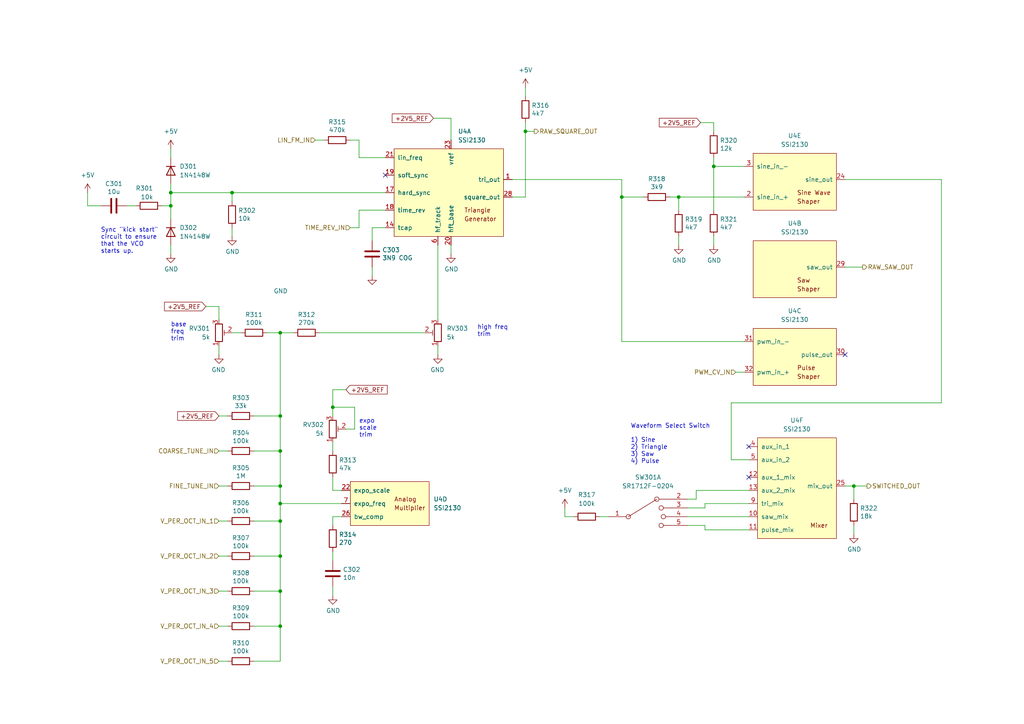
<source format=kicad_sch>
(kicad_sch (version 20230121) (generator eeschema)
  (paper "A4")
  (title_block (title "Josh Ox Ribon Synth Main VCO board") (date "2022-07-23") (rev "0.1") (comment 2 "creativecommons.org/licenses/by/4.0") (comment 3 "license: CC by 4.0") (comment 4 "Author: Jordan Acete"))
  (lib_symbols
    (symbol "Device:C" (pin_numbers hide) (pin_names (offset 0.254))
      (property "Reference" "C" (at 0.635 2.54 0))
      (property "Value" "C" (at 0.635 -2.54 0))
      (symbol "C_0_1"
        (polyline (pts (xy -2.032 -0.762) (xy 2.032 -0.762)) (stroke (width 0.508)))
        (polyline (pts (xy -2.032 0.762) (xy 2.032 0.762)) (stroke (width 0.508)))
      )
      (symbol "C_1_1"
        (pin passive line (at 0 3.81 270) (length 2.794) (name "~") (number "1"))
        (pin passive line (at 0 -3.81 90) (length 2.794) (name "~") (number "2"))
      )
    )
    (symbol "Device:R" (pin_numbers hide) (pin_names (offset 0))
      (property "Reference" "R" (at 2.032 0 90))
      (property "Value" "R" (at 0 0 90))
      (symbol "R_0_1"
        (rectangle (start -1.016 -2.54) (end 1.016 2.54) (stroke (width 0.254)))
      )
      (symbol "R_1_1"
        (pin passive line (at 0 3.81 270) (length 1.27) (name "~") (number "1"))
        (pin passive line (at 0 -3.81 90) (length 1.27) (name "~") (number "2"))
      )
    )
    (symbol "Device:R_Potentiometer_Trim" (pin_names (offset 1.016) hide)
      (property "Reference" "RV" (at -4.445 0 90))
      (property "Value" "R_Potentiometer_Trim" (at -2.54 0 90))
      (symbol "R_Potentiometer_Trim_0_1"
        (polyline (pts (xy 1.524 0.762) (xy 1.524 -0.762)))
        (polyline (pts (xy 2.54 0) (xy 1.524 0)))
        (rectangle (start 1.016 2.54) (end -1.016 -2.54) (stroke (width 0.254)))
      )
      (symbol "R_Potentiometer_Trim_1_1"
        (pin passive line (at 0 3.81 270) (length 1.27) (name "1") (number "1"))
        (pin passive line (at 3.81 0 180) (length 1.27) (name "2") (number "2"))
        (pin passive line (at 0 -3.81 90) (length 1.27) (name "3") (number "3"))
      )
    )
    (symbol "Diode:1N4148W" (pin_numbers hide) (pin_names hide)
      (property "Reference" "D" (at 0 2.54 0))
      (property "Value" "1N4148W" (at 0 -2.54 0))
      (symbol "1N4148W_0_1"
        (polyline (pts (xy -1.27 1.27) (xy -1.27 -1.27)) (stroke (width 0.254)))
        (polyline (pts (xy 1.27 0) (xy -1.27 0)))
        (polyline (pts (xy 1.27 1.27) (xy 1.27 -1.27) (xy -1.27 0) (xy 1.27 1.27)) (stroke (width 0.254)))
      )
      (symbol "1N4148W_1_1"
        (pin passive line (at -3.81 0 0) (length 2.54) (name "K") (number "1"))
        (pin passive line (at 3.81 0 180) (length 2.54) (name "A") (number "2"))
      )
    )
    (symbol "SSI2130_1" (pin_names (offset 1.016))
      (property "Reference" "U4" (at 2.0194 16.51 0))
      (property "Value" "SSI2130_1" (at 2.0194 13.97 0))
      (symbol "SSI2130_1_1_0"
        (polyline (pts (xy -16.51 11.43) (xy -16.51 -13.97) (xy 15.24 -13.97) (xy 15.24 11.43) (xy 6.35 11.43) (xy -16.51 11.43)) (fill (type background)))
        (text "Generator" (at 3.81 -8.89 0) (effects (font (size 1.27 1.27)) (justify left)))
        (text "Triangle" (at 3.81 -6.35 0) (effects (font (size 1.27 1.27)) (justify left)))
      )
      (symbol "SSI2130_1_1_1"
        (pin output line (at 17.78 2.54 180) (length 2.54) (name "tri_out") (number "1"))
        (pin input line (at -19.05 -11.43 0) (length 2.54) (name "tcap") (number "14"))
        (pin input line (at -19.05 -1.27 0) (length 2.54) (name "hard_sync") (number "17"))
        (pin input line (at -19.05 -6.35 0) (length 2.54) (name "time_rev") (number "18"))
        (pin input line (at -19.05 3.81 0) (length 2.54) (name "soft_sync") (number "19"))
        (pin input line (at 0 -16.51 90) (length 2.54) (name "hft_base") (number "20"))
        (pin input line (at -19.05 8.89 0) (length 2.54) (name "lin_freq") (number "21"))
        (pin input line (at 0 13.97 270) (length 2.54) (name "vref") (number "23"))
        (pin output line (at 17.78 -2.54 180) (length 2.54) (name "square_out") (number "28"))
        (pin input line (at -3.81 -16.51 90) (length 2.54) (name "hf_track") (number "6"))
      )
      (symbol "SSI2130_1_2_1"
        (polyline (pts (xy -11.43 0) (xy -11.43 7.62) (xy 12.7 7.62) (xy 12.7 -8.89) (xy -11.43 -8.89) (xy -11.43 0)) (fill (type background)))
        (text "Saw" (at 1.27 -3.81 0) (effects (font (size 1.27 1.27)) (justify left)))
        (text "Shaper" (at 1.27 -6.35 0) (effects (font (size 1.27 1.27)) (justify left)))
        (pin output line (at 15.24 0 180) (length 2.54) (name "saw_out") (number "29"))
      )
      (symbol "SSI2130_1_3_1"
        (polyline (pts (xy 12.7 7.62) (xy -11.43 7.62) (xy -11.43 -8.89) (xy 12.7 -8.89) (xy 12.7 7.62)) (fill (type background)))
        (text "Pulse" (at 1.27 -3.81 0) (effects (font (size 1.27 1.27)) (justify left)))
        (text "Shaper" (at 1.27 -6.35 0) (effects (font (size 1.27 1.27)) (justify left)))
        (pin output line (at 15.24 0 180) (length 2.54) (name "pulse_out") (number "30"))
        (pin input line (at -13.97 3.81 0) (length 2.54) (name "pwm_in_-") (number "31"))
        (pin input line (at -13.97 -5.08 0) (length 2.54) (name "pwm_in_+") (number "32"))
      )
      (symbol "SSI2130_1_4_1"
        (polyline (pts (xy -11.43 6.35) (xy -11.43 -6.35) (xy 11.43 -6.35) (xy 11.43 6.35) (xy -11.43 6.35)) (fill (type background)))
        (text "Analog" (at 1.27 1.27 0) (effects (font (size 1.27 1.27)) (justify left)))
        (text "Multiplier" (at 1.27 -1.27 0) (effects (font (size 1.27 1.27)) (justify left)))
        (pin input line (at -13.97 3.81 0) (length 2.54) (name "expo_scale") (number "22"))
        (pin input line (at -13.97 -3.81 0) (length 2.54) (name "bw_comp") (number "26"))
        (pin input line (at -13.97 0 0) (length 2.54) (name "expo_freq") (number "7"))
      )
      (symbol "SSI2130_1_5_1"
        (polyline (pts (xy -11.43 7.62) (xy -11.43 -8.89) (xy 12.7 -8.89) (xy 12.7 7.62) (xy -11.43 7.62)) (fill (type background)))
        (text "Shaper" (at 1.27 -6.35 0) (effects (font (size 1.27 1.27)) (justify left)))
        (text "Sine Wave" (at 1.27 -3.81 0) (effects (font (size 1.27 1.27)) (justify left)))
        (pin input line (at -13.97 -5.08 0) (length 2.54) (name "sine_in_+") (number "2"))
        (pin output line (at 15.24 0 180) (length 2.54) (name "sine_out") (number "24"))
        (pin input line (at -13.97 3.81 0) (length 2.54) (name "sine_in_-") (number "3"))
      )
      (symbol "SSI2130_1_6_1"
        (polyline (pts (xy 11.43 -11.43) (xy -11.43 -11.43) (xy -11.43 10.16) (xy -11.43 17.78) (xy 11.43 17.78) (xy 11.43 -11.43)) (fill (type background)))
        (text "Mixer" (at 3.81 -7.62 0) (effects (font (size 1.27 1.27)) (justify left)))
        (pin input line (at -13.97 -5.08 0) (length 2.54) (name "saw_mix") (number "10"))
        (pin input line (at -13.97 -8.89 0) (length 2.54) (name "pulse_mix") (number "11"))
        (pin input line (at -13.97 6.35 0) (length 2.54) (name "aux_1_mix") (number "12"))
        (pin input line (at -13.97 2.54 0) (length 2.54) (name "aux_2_mix") (number "13"))
        (pin output line (at 13.97 3.81 180) (length 2.54) (name "mix_out") (number "25"))
        (pin input line (at -13.97 15.24 0) (length 2.54) (name "aux_in_1") (number "4"))
        (pin input line (at -13.97 11.43 0) (length 2.54) (name "aux_in_2") (number "5"))
        (pin input line (at -13.97 -1.27 0) (length 2.54) (name "tri_mix") (number "9"))
      )
      (symbol "SSI2130_1_7_1"
        (polyline (pts (xy -11.43 6.35) (xy -11.43 -6.35) (xy 11.43 -6.35) (xy 11.43 6.35) (xy -11.43 6.35)) (fill (type background)))
        (text "Power" (at 1.27 0 0) (effects (font (size 1.27 1.27)) (justify left)))
        (pin power_in line (at -13.97 -1.27 0) (length 2.54) (name "dgnd") (number "15"))
        (pin power_in line (at -13.97 1.27 0) (length 2.54) (name "agnd") (number "16"))
        (pin power_in line (at -13.97 3.81 0) (length 2.54) (name "V+") (number "27"))
        (pin power_in line (at -13.97 -3.81 0) (length 2.54) (name "V-") (number "8"))
      )
    )
    (symbol "SSI2130_2" (pin_names (offset 1.016))
      (property "Reference" "U4" (at 2.0194 16.51 0))
      (property "Value" "SSI2130_2" (at 2.0194 13.97 0))
      (symbol "SSI2130_2_1_0"
        (polyline (pts (xy -16.51 11.43) (xy -16.51 -13.97) (xy 15.24 -13.97) (xy 15.24 11.43) (xy 6.35 11.43) (xy -16.51 11.43)) (fill (type background)))
        (text "Generator" (at 3.81 -8.89 0) (effects (font (size 1.27 1.27)) (justify left)))
        (text "Triangle" (at 3.81 -6.35 0) (effects (font (size 1.27 1.27)) (justify left)))
      )
      (symbol "SSI2130_2_1_1"
        (pin output line (at 17.78 2.54 180) (length 2.54) (name "tri_out") (number "1"))
        (pin input line (at -19.05 -11.43 0) (length 2.54) (name "tcap") (number "14"))
        (pin input line (at -19.05 -1.27 0) (length 2.54) (name "hard_sync") (number "17"))
        (pin input line (at -19.05 -6.35 0) (length 2.54) (name "time_rev") (number "18"))
        (pin input line (at -19.05 3.81 0) (length 2.54) (name "soft_sync") (number "19"))
        (pin input line (at 0 -16.51 90) (length 2.54) (name "hft_base") (number "20"))
        (pin input line (at -19.05 8.89 0) (length 2.54) (name "lin_freq") (number "21"))
        (pin input line (at 0 13.97 270) (length 2.54) (name "vref") (number "23"))
        (pin output line (at 17.78 -2.54 180) (length 2.54) (name "square_out") (number "28"))
        (pin input line (at -3.81 -16.51 90) (length 2.54) (name "hf_track") (number "6"))
      )
      (symbol "SSI2130_2_2_1"
        (polyline (pts (xy -11.43 0) (xy -11.43 7.62) (xy 12.7 7.62) (xy 12.7 -8.89) (xy -11.43 -8.89) (xy -11.43 0)) (fill (type background)))
        (text "Saw" (at 1.27 -3.81 0) (effects (font (size 1.27 1.27)) (justify left)))
        (text "Shaper" (at 1.27 -6.35 0) (effects (font (size 1.27 1.27)) (justify left)))
        (pin output line (at 15.24 0 180) (length 2.54) (name "saw_out") (number "29"))
      )
      (symbol "SSI2130_2_3_1"
        (polyline (pts (xy 12.7 7.62) (xy -11.43 7.62) (xy -11.43 -8.89) (xy 12.7 -8.89) (xy 12.7 7.62)) (fill (type background)))
        (text "Pulse" (at 1.27 -3.81 0) (effects (font (size 1.27 1.27)) (justify left)))
        (text "Shaper" (at 1.27 -6.35 0) (effects (font (size 1.27 1.27)) (justify left)))
        (pin output line (at 15.24 0 180) (length 2.54) (name "pulse_out") (number "30"))
        (pin input line (at -13.97 3.81 0) (length 2.54) (name "pwm_in_-") (number "31"))
        (pin input line (at -13.97 -5.08 0) (length 2.54) (name "pwm_in_+") (number "32"))
      )
      (symbol "SSI2130_2_4_1"
        (polyline (pts (xy -11.43 6.35) (xy -11.43 -6.35) (xy 11.43 -6.35) (xy 11.43 6.35) (xy -11.43 6.35)) (fill (type background)))
        (text "Analog" (at 1.27 1.27 0) (effects (font (size 1.27 1.27)) (justify left)))
        (text "Multiplier" (at 1.27 -1.27 0) (effects (font (size 1.27 1.27)) (justify left)))
        (pin input line (at -13.97 3.81 0) (length 2.54) (name "expo_scale") (number "22"))
        (pin input line (at -13.97 -3.81 0) (length 2.54) (name "bw_comp") (number "26"))
        (pin input line (at -13.97 0 0) (length 2.54) (name "expo_freq") (number "7"))
      )
      (symbol "SSI2130_2_5_1"
        (polyline (pts (xy -11.43 7.62) (xy -11.43 -8.89) (xy 12.7 -8.89) (xy 12.7 7.62) (xy -11.43 7.62)) (fill (type background)))
        (text "Shaper" (at 1.27 -6.35 0) (effects (font (size 1.27 1.27)) (justify left)))
        (text "Sine Wave" (at 1.27 -3.81 0) (effects (font (size 1.27 1.27)) (justify left)))
        (pin input line (at -13.97 -5.08 0) (length 2.54) (name "sine_in_+") (number "2"))
        (pin output line (at 15.24 0 180) (length 2.54) (name "sine_out") (number "24"))
        (pin input line (at -13.97 3.81 0) (length 2.54) (name "sine_in_-") (number "3"))
      )
      (symbol "SSI2130_2_6_1"
        (polyline (pts (xy 11.43 -11.43) (xy -11.43 -11.43) (xy -11.43 10.16) (xy -11.43 17.78) (xy 11.43 17.78) (xy 11.43 -11.43)) (fill (type background)))
        (text "Mixer" (at 3.81 -7.62 0) (effects (font (size 1.27 1.27)) (justify left)))
        (pin input line (at -13.97 -5.08 0) (length 2.54) (name "saw_mix") (number "10"))
        (pin input line (at -13.97 -8.89 0) (length 2.54) (name "pulse_mix") (number "11"))
        (pin input line (at -13.97 6.35 0) (length 2.54) (name "aux_1_mix") (number "12"))
        (pin input line (at -13.97 2.54 0) (length 2.54) (name "aux_2_mix") (number "13"))
        (pin output line (at 13.97 3.81 180) (length 2.54) (name "mix_out") (number "25"))
        (pin input line (at -13.97 15.24 0) (length 2.54) (name "aux_in_1") (number "4"))
        (pin input line (at -13.97 11.43 0) (length 2.54) (name "aux_in_2") (number "5"))
        (pin input line (at -13.97 -1.27 0) (length 2.54) (name "tri_mix") (number "9"))
      )
      (symbol "SSI2130_2_7_1"
        (polyline (pts (xy -11.43 6.35) (xy -11.43 -6.35) (xy 11.43 -6.35) (xy 11.43 6.35) (xy -11.43 6.35)) (fill (type background)))
        (text "Power" (at 1.27 0 0) (effects (font (size 1.27 1.27)) (justify left)))
        (pin power_in line (at -13.97 -1.27 0) (length 2.54) (name "dgnd") (number "15"))
        (pin power_in line (at -13.97 1.27 0) (length 2.54) (name "agnd") (number "16"))
        (pin power_in line (at -13.97 3.81 0) (length 2.54) (name "V+") (number "27"))
        (pin power_in line (at -13.97 -3.81 0) (length 2.54) (name "V-") (number "8"))
      )
    )
    (symbol "SSI2130_5" (pin_names (offset 1.016))
      (property "Reference" "U4" (at 2.0194 16.51 0))
      (property "Value" "SSI2130_5" (at 2.0194 13.97 0))
      (symbol "SSI2130_5_1_0"
        (polyline (pts (xy -16.51 11.43) (xy -16.51 -13.97) (xy 15.24 -13.97) (xy 15.24 11.43) (xy 6.35 11.43) (xy -16.51 11.43)) (fill (type background)))
        (text "Generator" (at 3.81 -8.89 0) (effects (font (size 1.27 1.27)) (justify left)))
        (text "Triangle" (at 3.81 -6.35 0) (effects (font (size 1.27 1.27)) (justify left)))
      )
      (symbol "SSI2130_5_1_1"
        (pin output line (at 17.78 2.54 180) (length 2.54) (name "tri_out") (number "1"))
        (pin input line (at -19.05 -11.43 0) (length 2.54) (name "tcap") (number "14"))
        (pin input line (at -19.05 -1.27 0) (length 2.54) (name "hard_sync") (number "17"))
        (pin input line (at -19.05 -6.35 0) (length 2.54) (name "time_rev") (number "18"))
        (pin input line (at -19.05 3.81 0) (length 2.54) (name "soft_sync") (number "19"))
        (pin input line (at 0 -16.51 90) (length 2.54) (name "hft_base") (number "20"))
        (pin input line (at -19.05 8.89 0) (length 2.54) (name "lin_freq") (number "21"))
        (pin input line (at 0 13.97 270) (length 2.54) (name "vref") (number "23"))
        (pin output line (at 17.78 -2.54 180) (length 2.54) (name "square_out") (number "28"))
        (pin input line (at -3.81 -16.51 90) (length 2.54) (name "hf_track") (number "6"))
      )
      (symbol "SSI2130_5_2_1"
        (polyline (pts (xy -11.43 0) (xy -11.43 7.62) (xy 12.7 7.62) (xy 12.7 -8.89) (xy -11.43 -8.89) (xy -11.43 0)) (fill (type background)))
        (text "Saw" (at 1.27 -3.81 0) (effects (font (size 1.27 1.27)) (justify left)))
        (text "Shaper" (at 1.27 -6.35 0) (effects (font (size 1.27 1.27)) (justify left)))
        (pin output line (at 15.24 0 180) (length 2.54) (name "saw_out") (number "29"))
      )
      (symbol "SSI2130_5_3_1"
        (polyline (pts (xy 12.7 7.62) (xy -11.43 7.62) (xy -11.43 -8.89) (xy 12.7 -8.89) (xy 12.7 7.62)) (fill (type background)))
        (text "Pulse" (at 1.27 -3.81 0) (effects (font (size 1.27 1.27)) (justify left)))
        (text "Shaper" (at 1.27 -6.35 0) (effects (font (size 1.27 1.27)) (justify left)))
        (pin output line (at 15.24 0 180) (length 2.54) (name "pulse_out") (number "30"))
        (pin input line (at -13.97 3.81 0) (length 2.54) (name "pwm_in_-") (number "31"))
        (pin input line (at -13.97 -5.08 0) (length 2.54) (name "pwm_in_+") (number "32"))
      )
      (symbol "SSI2130_5_4_1"
        (polyline (pts (xy -11.43 6.35) (xy -11.43 -6.35) (xy 11.43 -6.35) (xy 11.43 6.35) (xy -11.43 6.35)) (fill (type background)))
        (text "Analog" (at 1.27 1.27 0) (effects (font (size 1.27 1.27)) (justify left)))
        (text "Multiplier" (at 1.27 -1.27 0) (effects (font (size 1.27 1.27)) (justify left)))
        (pin input line (at -13.97 3.81 0) (length 2.54) (name "expo_scale") (number "22"))
        (pin input line (at -13.97 -3.81 0) (length 2.54) (name "bw_comp") (number "26"))
        (pin input line (at -13.97 0 0) (length 2.54) (name "expo_freq") (number "7"))
      )
      (symbol "SSI2130_5_5_1"
        (polyline (pts (xy -11.43 7.62) (xy -11.43 -8.89) (xy 12.7 -8.89) (xy 12.7 7.62) (xy -11.43 7.62)) (fill (type background)))
        (text "Shaper" (at 1.27 -6.35 0) (effects (font (size 1.27 1.27)) (justify left)))
        (text "Sine Wave" (at 1.27 -3.81 0) (effects (font (size 1.27 1.27)) (justify left)))
        (pin input line (at -13.97 -5.08 0) (length 2.54) (name "sine_in_+") (number "2"))
        (pin output line (at 15.24 0 180) (length 2.54) (name "sine_out") (number "24"))
        (pin input line (at -13.97 3.81 0) (length 2.54) (name "sine_in_-") (number "3"))
      )
      (symbol "SSI2130_5_6_1"
        (polyline (pts (xy 11.43 -11.43) (xy -11.43 -11.43) (xy -11.43 10.16) (xy -11.43 17.78) (xy 11.43 17.78) (xy 11.43 -11.43)) (fill (type background)))
        (text "Mixer" (at 3.81 -7.62 0) (effects (font (size 1.27 1.27)) (justify left)))
        (pin input line (at -13.97 -5.08 0) (length 2.54) (name "saw_mix") (number "10"))
        (pin input line (at -13.97 -8.89 0) (length 2.54) (name "pulse_mix") (number "11"))
        (pin input line (at -13.97 6.35 0) (length 2.54) (name "aux_1_mix") (number "12"))
        (pin input line (at -13.97 2.54 0) (length 2.54) (name "aux_2_mix") (number "13"))
        (pin output line (at 13.97 3.81 180) (length 2.54) (name "mix_out") (number "25"))
        (pin input line (at -13.97 15.24 0) (length 2.54) (name "aux_in_1") (number "4"))
        (pin input line (at -13.97 11.43 0) (length 2.54) (name "aux_in_2") (number "5"))
        (pin input line (at -13.97 -1.27 0) (length 2.54) (name "tri_mix") (number "9"))
      )
      (symbol "SSI2130_5_7_1"
        (polyline (pts (xy -11.43 6.35) (xy -11.43 -6.35) (xy 11.43 -6.35) (xy 11.43 6.35) (xy -11.43 6.35)) (fill (type background)))
        (text "Power" (at 1.27 0 0) (effects (font (size 1.27 1.27)) (justify left)))
        (pin power_in line (at -13.97 -1.27 0) (length 2.54) (name "dgnd") (number "15"))
        (pin power_in line (at -13.97 1.27 0) (length 2.54) (name "agnd") (number "16"))
        (pin power_in line (at -13.97 3.81 0) (length 2.54) (name "V+") (number "27"))
        (pin power_in line (at -13.97 -3.81 0) (length 2.54) (name "V-") (number "8"))
      )
    )
    (symbol "custom_symbols:SR1712F-0204" (pin_names (offset 1.016) hide)
      (property "Reference" "SW?" (at 1.27 11.43 0))
      (property "Value" "SR1712F-0204" (at 1.27 8.89 0))
      (symbol "SR1712F-0204_0_0"
        (circle (center -4.445 0) (radius 0.635))
        (polyline (pts (xy -4.445 0) (xy 3.81 5.08)))
        (polyline (pts (xy 4.445 5.08) (xy 7.62 5.08)))
        (polyline (pts (xy 5.715 -2.54) (xy 7.62 -2.54)))
        (polyline (pts (xy 5.715 2.54) (xy 7.62 2.54)))
        (polyline (pts (xy 6.35 0) (xy 7.62 0)))
        (circle (center 3.81 5.08) (radius 0.635))
        (circle (center 5.08 -2.54) (radius 0.635))
        (circle (center 5.08 2.54) (radius 0.635))
        (circle (center 5.715 0) (radius 0.635))
      )
      (symbol "SR1712F-0204_1_1"
        (pin passive line (at -10.16 0 0) (length 5.08) (name "1") (number "1"))
        (pin passive line (at 12.7 5.08 180) (length 5.08) (name "2") (number "2"))
        (pin passive line (at 12.7 2.54 180) (length 5.08) (name "3") (number "3"))
        (pin passive line (at 12.7 0 180) (length 5.08) (name "4") (number "4"))
        (pin passive line (at 12.7 -2.54 180) (length 5.08) (name "5") (number "5"))
      )
      (symbol "SR1712F-0204_2_1"
        (pin passive line (at -10.16 0 0) (length 5.08) (name "10") (number "10"))
        (pin passive line (at 12.7 5.08 180) (length 5.08) (name "6") (number "6"))
        (pin passive line (at 12.7 2.54 180) (length 5.08) (name "7") (number "7"))
        (pin passive line (at 12.7 0 180) (length 5.08) (name "8") (number "8"))
        (pin passive line (at 12.7 -2.54 180) (length 5.08) (name "9") (number "9"))
      )
    )
    (symbol "custom_symbols:SSI2130" (pin_names (offset 1.016))
      (property "Reference" "U4" (at 2.0194 16.51 0))
      (property "Value" "SSI2130" (at 2.0194 13.97 0))
      (symbol "SSI2130_1_0"
        (polyline (pts (xy -16.51 11.43) (xy -16.51 -13.97) (xy 15.24 -13.97) (xy 15.24 11.43) (xy 6.35 11.43) (xy -16.51 11.43)) (fill (type background)))
        (text "Generator" (at 3.81 -8.89 0) (effects (font (size 1.27 1.27)) (justify left)))
        (text "Triangle" (at 3.81 -6.35 0) (effects (font (size 1.27 1.27)) (justify left)))
      )
      (symbol "SSI2130_1_1"
        (pin output line (at 17.78 2.54 180) (length 2.54) (name "tri_out") (number "1"))
        (pin input line (at -19.05 -11.43 0) (length 2.54) (name "tcap") (number "14"))
        (pin input line (at -19.05 -1.27 0) (length 2.54) (name "hard_sync") (number "17"))
        (pin input line (at -19.05 -6.35 0) (length 2.54) (name "time_rev") (number "18"))
        (pin input line (at -19.05 3.81 0) (length 2.54) (name "soft_sync") (number "19"))
        (pin input line (at 0 -16.51 90) (length 2.54) (name "hft_base") (number "20"))
        (pin input line (at -19.05 8.89 0) (length 2.54) (name "lin_freq") (number "21"))
        (pin input line (at 0 13.97 270) (length 2.54) (name "vref") (number "23"))
        (pin output line (at 17.78 -2.54 180) (length 2.54) (name "square_out") (number "28"))
        (pin input line (at -3.81 -16.51 90) (length 2.54) (name "hf_track") (number "6"))
      )
      (symbol "SSI2130_2_1"
        (polyline (pts (xy -11.43 0) (xy -11.43 7.62) (xy 12.7 7.62) (xy 12.7 -8.89) (xy -11.43 -8.89) (xy -11.43 0)) (fill (type background)))
        (text "Saw" (at 1.27 -3.81 0) (effects (font (size 1.27 1.27)) (justify left)))
        (text "Shaper" (at 1.27 -6.35 0) (effects (font (size 1.27 1.27)) (justify left)))
        (pin output line (at 15.24 0 180) (length 2.54) (name "saw_out") (number "29"))
      )
      (symbol "SSI2130_3_1"
        (polyline (pts (xy 12.7 7.62) (xy -11.43 7.62) (xy -11.43 -8.89) (xy 12.7 -8.89) (xy 12.7 7.62)) (fill (type background)))
        (text "Pulse" (at 1.27 -3.81 0) (effects (font (size 1.27 1.27)) (justify left)))
        (text "Shaper" (at 1.27 -6.35 0) (effects (font (size 1.27 1.27)) (justify left)))
        (pin output line (at 15.24 0 180) (length 2.54) (name "pulse_out") (number "30"))
        (pin input line (at -13.97 3.81 0) (length 2.54) (name "pwm_in_-") (number "31"))
        (pin input line (at -13.97 -5.08 0) (length 2.54) (name "pwm_in_+") (number "32"))
      )
      (symbol "SSI2130_4_1"
        (polyline (pts (xy -11.43 6.35) (xy -11.43 -6.35) (xy 11.43 -6.35) (xy 11.43 6.35) (xy -11.43 6.35)) (fill (type background)))
        (text "Analog" (at 1.27 1.27 0) (effects (font (size 1.27 1.27)) (justify left)))
        (text "Multiplier" (at 1.27 -1.27 0) (effects (font (size 1.27 1.27)) (justify left)))
        (pin input line (at -13.97 3.81 0) (length 2.54) (name "expo_scale") (number "22"))
        (pin input line (at -13.97 -3.81 0) (length 2.54) (name "bw_comp") (number "26"))
        (pin input line (at -13.97 0 0) (length 2.54) (name "expo_freq") (number "7"))
      )
      (symbol "SSI2130_5_1"
        (polyline (pts (xy -11.43 7.62) (xy -11.43 -8.89) (xy 12.7 -8.89) (xy 12.7 7.62) (xy -11.43 7.62)) (fill (type background)))
        (text "Shaper" (at 1.27 -6.35 0) (effects (font (size 1.27 1.27)) (justify left)))
        (text "Sine Wave" (at 1.27 -3.81 0) (effects (font (size 1.27 1.27)) (justify left)))
        (pin input line (at -13.97 -5.08 0) (length 2.54) (name "sine_in_+") (number "2"))
        (pin output line (at 15.24 0 180) (length 2.54) (name "sine_out") (number "24"))
        (pin input line (at -13.97 3.81 0) (length 2.54) (name "sine_in_-") (number "3"))
      )
      (symbol "SSI2130_6_1"
        (polyline (pts (xy 11.43 -11.43) (xy -11.43 -11.43) (xy -11.43 10.16) (xy -11.43 17.78) (xy 11.43 17.78) (xy 11.43 -11.43)) (fill (type background)))
        (text "Mixer" (at 3.81 -7.62 0) (effects (font (size 1.27 1.27)) (justify left)))
        (pin input line (at -13.97 -5.08 0) (length 2.54) (name "saw_mix") (number "10"))
        (pin input line (at -13.97 -8.89 0) (length 2.54) (name "pulse_mix") (number "11"))
        (pin input line (at -13.97 6.35 0) (length 2.54) (name "aux_1_mix") (number "12"))
        (pin input line (at -13.97 2.54 0) (length 2.54) (name "aux_2_mix") (number "13"))
        (pin output line (at 13.97 3.81 180) (length 2.54) (name "mix_out") (number "25"))
        (pin input line (at -13.97 15.24 0) (length 2.54) (name "aux_in_1") (number "4"))
        (pin input line (at -13.97 11.43 0) (length 2.54) (name "aux_in_2") (number "5"))
        (pin input line (at -13.97 -1.27 0) (length 2.54) (name "tri_mix") (number "9"))
      )
      (symbol "SSI2130_7_1"
        (polyline (pts (xy -11.43 6.35) (xy -11.43 -6.35) (xy 11.43 -6.35) (xy 11.43 6.35) (xy -11.43 6.35)) (fill (type background)))
        (text "Power" (at 1.27 0 0) (effects (font (size 1.27 1.27)) (justify left)))
        (pin power_in line (at -13.97 -1.27 0) (length 2.54) (name "dgnd") (number "15"))
        (pin power_in line (at -13.97 1.27 0) (length 2.54) (name "agnd") (number "16"))
        (pin power_in line (at -13.97 3.81 0) (length 2.54) (name "V+") (number "27"))
        (pin power_in line (at -13.97 -3.81 0) (length 2.54) (name "V-") (number "8"))
      )
    )
    (symbol "power:+5V" (power) (pin_names (offset 0))
      (property "Value" "+5V" (at 0 3.556 0))
      (symbol "+5V_0_1"
        (polyline (pts (xy -0.762 1.27) (xy 0 2.54)))
        (polyline (pts (xy 0 0) (xy 0 2.54)))
        (polyline (pts (xy 0 2.54) (xy 0.762 1.27)))
      )
      (symbol "+5V_1_1"
        (pin power_in line (at 0 0 90) (length 0) hide (name "+5V") (number "1"))
      )
    )
    (symbol "power:GND" (power) (pin_names (offset 0))
      (property "Value" "GND" (at 0 -3.81 0))
      (symbol "GND_0_1"
        (polyline (pts (xy 0 0) (xy 0 -1.27) (xy 1.27 -1.27) (xy 0 -2.54) (xy -1.27 -1.27) (xy 0 -1.27)))
      )
      (symbol "GND_1_1"
        (pin power_in line (at 0 0 270) (length 0) hide (name "GND") (number "1"))
      )
    )
  )
  (junction (at 180.34 57.15))
  (junction (at 207.01 48.26))
  (junction (at 81.28 120.65))
  (junction (at 67.31 55.88))
  (junction (at 81.28 181.61))
  (junction (at 81.28 161.29))
  (junction (at 247.65 140.97))
  (junction (at 152.4 38.1))
  (junction (at 81.28 130.81))
  (junction (at 81.28 171.45))
  (junction (at 81.28 140.97))
  (junction (at 81.28 151.13))
  (junction (at 81.28 146.05))
  (junction (at 81.28 96.52))
  (junction (at 196.85 57.15))
  (junction (at 49.53 55.88))
  (junction (at 96.52 118.11))
  (junction (at 49.53 59.69))
  (no_connect (at 217.17 138.43))
  (no_connect (at 111.76 50.8))
  (no_connect (at 245.11 102.87))
  (no_connect (at 217.17 129.54))
  (wire (pts (xy 127 102.87) (xy 127 100.33)))
  (wire (pts (xy 148.59 52.07) (xy 180.34 52.07)))
  (wire (pts (xy 207.01 48.26) (xy 207.01 45.72)))
  (wire (pts (xy 77.47 96.52) (xy 81.28 96.52)))
  (wire (pts (xy 59.69 88.9) (xy 63.5 88.9)))
  (wire (pts (xy 207.01 68.58) (xy 207.01 71.12)))
  (wire (pts (xy 173.99 149.86) (xy 176.53 149.86)))
  (wire (pts (xy 73.66 181.61) (xy 81.28 181.61)))
  (wire (pts (xy 81.28 191.77) (xy 81.28 181.61)))
  (wire (pts (xy 196.85 57.15) (xy 215.9 57.15)))
  (wire (pts (xy 213.36 107.95) (xy 215.9 107.95)))
  (wire (pts (xy 186.69 57.15) (xy 180.34 57.15)))
  (wire (pts (xy 49.53 55.88) (xy 49.53 53.34)))
  (wire (pts (xy 96.52 172.72) (xy 96.52 170.18)))
  (wire (pts (xy 107.95 66.04) (xy 111.76 66.04)))
  (wire (pts (xy 148.59 57.15) (xy 152.4 57.15)))
  (wire (pts (xy 96.52 118.11) (xy 96.52 120.65)))
  (wire (pts (xy 107.95 80.01) (xy 107.95 77.47)))
  (wire (pts (xy 73.66 171.45) (xy 81.28 171.45)))
  (wire (pts (xy 194.31 57.15) (xy 196.85 57.15)))
  (wire (pts (xy 73.66 161.29) (xy 81.28 161.29)))
  (wire (pts (xy 245.11 52.07) (xy 273.05 52.07)))
  (wire (pts (xy 196.85 60.96) (xy 196.85 57.15)))
  (wire (pts (xy 212.09 116.84) (xy 273.05 116.84)))
  (wire (pts (xy 217.17 133.35) (xy 212.09 133.35)))
  (wire (pts (xy 63.5 191.77) (xy 66.04 191.77)))
  (wire (pts (xy 130.81 34.29) (xy 130.81 40.64)))
  (wire (pts (xy 96.52 152.4) (xy 96.52 149.86)))
  (wire (pts (xy 81.28 130.81) (xy 81.28 140.97)))
  (wire (pts (xy 107.95 69.85) (xy 107.95 66.04)))
  (wire (pts (xy 152.4 27.94) (xy 152.4 25.4)))
  (wire (pts (xy 63.5 171.45) (xy 66.04 171.45)))
  (wire (pts (xy 100.33 124.46) (xy 102.87 124.46)))
  (wire (pts (xy 245.11 77.47) (xy 250.19 77.47)))
  (wire (pts (xy 201.93 144.78) (xy 199.39 144.78)))
  (wire (pts (xy 101.6 66.04) (xy 104.14 66.04)))
  (wire (pts (xy 96.52 138.43) (xy 96.52 142.24)))
  (wire (pts (xy 215.9 48.26) (xy 207.01 48.26)))
  (wire (pts (xy 163.83 149.86) (xy 163.83 147.32)))
  (wire (pts (xy 81.28 161.29) (xy 81.28 151.13)))
  (wire (pts (xy 201.93 142.24) (xy 217.17 142.24)))
  (wire (pts (xy 96.52 149.86) (xy 99.06 149.86)))
  (wire (pts (xy 204.47 147.32) (xy 199.39 147.32)))
  (wire (pts (xy 67.31 55.88) (xy 111.76 55.88)))
  (wire (pts (xy 49.53 59.69) (xy 49.53 55.88)))
  (wire (pts (xy 96.52 113.03) (xy 96.52 118.11)))
  (wire (pts (xy 199.39 149.86) (xy 217.17 149.86)))
  (wire (pts (xy 204.47 153.67) (xy 204.47 152.4)))
  (wire (pts (xy 104.14 45.72) (xy 104.14 40.64)))
  (wire (pts (xy 39.37 59.69) (xy 36.83 59.69)))
  (wire (pts (xy 81.28 96.52) (xy 85.09 96.52)))
  (wire (pts (xy 127 71.12) (xy 127 92.71)))
  (wire (pts (xy 104.14 60.96) (xy 111.76 60.96)))
  (wire (pts (xy 207.01 60.96) (xy 207.01 48.26)))
  (wire (pts (xy 204.47 152.4) (xy 199.39 152.4)))
  (wire (pts (xy 25.4 59.69) (xy 25.4 55.88)))
  (wire (pts (xy 63.5 120.65) (xy 66.04 120.65)))
  (wire (pts (xy 81.28 181.61) (xy 81.28 171.45)))
  (wire (pts (xy 63.5 151.13) (xy 66.04 151.13)))
  (wire (pts (xy 96.52 162.56) (xy 96.52 160.02)))
  (wire (pts (xy 247.65 152.4) (xy 247.65 154.94)))
  (wire (pts (xy 49.53 63.5) (xy 49.53 59.69)))
  (wire (pts (xy 91.44 40.64) (xy 93.98 40.64)))
  (wire (pts (xy 99.06 146.05) (xy 81.28 146.05)))
  (wire (pts (xy 81.28 151.13) (xy 81.28 146.05)))
  (wire (pts (xy 104.14 45.72) (xy 111.76 45.72)))
  (wire (pts (xy 96.52 130.81) (xy 96.52 128.27)))
  (wire (pts (xy 152.4 57.15) (xy 152.4 38.1)))
  (wire (pts (xy 49.53 73.66) (xy 49.53 71.12)))
  (wire (pts (xy 29.21 59.69) (xy 25.4 59.69)))
  (wire (pts (xy 207.01 38.1) (xy 207.01 35.56)))
  (wire (pts (xy 180.34 57.15) (xy 180.34 99.06)))
  (wire (pts (xy 81.28 130.81) (xy 73.66 130.81)))
  (wire (pts (xy 63.5 181.61) (xy 66.04 181.61)))
  (wire (pts (xy 180.34 99.06) (xy 215.9 99.06)))
  (wire (pts (xy 81.28 96.52) (xy 81.28 120.65)))
  (wire (pts (xy 102.87 124.46) (xy 102.87 118.11)))
  (wire (pts (xy 212.09 133.35) (xy 212.09 116.84)))
  (wire (pts (xy 49.53 43.18) (xy 49.53 45.72)))
  (wire (pts (xy 201.93 142.24) (xy 201.93 144.78)))
  (wire (pts (xy 81.28 120.65) (xy 81.28 130.81)))
  (wire (pts (xy 104.14 66.04) (xy 104.14 60.96)))
  (wire (pts (xy 63.5 102.87) (xy 63.5 100.33)))
  (wire (pts (xy 152.4 38.1) (xy 154.94 38.1)))
  (wire (pts (xy 63.5 88.9) (xy 63.5 92.71)))
  (wire (pts (xy 63.5 161.29) (xy 66.04 161.29)))
  (wire (pts (xy 130.81 73.66) (xy 130.81 71.12)))
  (wire (pts (xy 99.06 142.24) (xy 96.52 142.24)))
  (wire (pts (xy 130.81 34.29) (xy 125.73 34.29)))
  (wire (pts (xy 196.85 68.58) (xy 196.85 71.12)))
  (wire (pts (xy 204.47 146.05) (xy 204.47 147.32)))
  (wire (pts (xy 100.33 113.03) (xy 96.52 113.03)))
  (wire (pts (xy 49.53 55.88) (xy 67.31 55.88)))
  (wire (pts (xy 203.2 35.56) (xy 207.01 35.56)))
  (wire (pts (xy 123.19 96.52) (xy 92.71 96.52)))
  (wire (pts (xy 152.4 35.56) (xy 152.4 38.1)))
  (wire (pts (xy 104.14 40.64) (xy 101.6 40.64)))
  (wire (pts (xy 204.47 146.05) (xy 217.17 146.05)))
  (wire (pts (xy 273.05 52.07) (xy 273.05 116.84)))
  (wire (pts (xy 81.28 171.45) (xy 81.28 161.29)))
  (wire (pts (xy 63.5 130.81) (xy 66.04 130.81)))
  (wire (pts (xy 46.99 59.69) (xy 49.53 59.69)))
  (wire (pts (xy 67.31 68.58) (xy 67.31 66.04)))
  (wire (pts (xy 73.66 151.13) (xy 81.28 151.13)))
  (wire (pts (xy 81.28 120.65) (xy 73.66 120.65)))
  (wire (pts (xy 73.66 191.77) (xy 81.28 191.77)))
  (wire (pts (xy 247.65 140.97) (xy 251.46 140.97)))
  (wire (pts (xy 102.87 118.11) (xy 96.52 118.11)))
  (wire (pts (xy 63.5 140.97) (xy 66.04 140.97)))
  (wire (pts (xy 247.65 144.78) (xy 247.65 140.97)))
  (wire (pts (xy 180.34 52.07) (xy 180.34 57.15)))
  (wire (pts (xy 217.17 153.67) (xy 204.47 153.67)))
  (wire (pts (xy 81.28 146.05) (xy 81.28 140.97)))
  (wire (pts (xy 67.31 96.52) (xy 69.85 96.52)))
  (wire (pts (xy 67.31 55.88) (xy 67.31 58.42)))
  (wire (pts (xy 245.11 140.97) (xy 247.65 140.97)))
  (wire (pts (xy 163.83 149.86) (xy 166.37 149.86)))
  (wire (pts (xy 81.28 140.97) (xy 73.66 140.97)))
  (text "Waveform Select Switch\n\n1) Sine\n2) Triangle\n3) Saw\n4) Pulse" (at 182.88 134.62 0) (effects (font (size 1.27 1.27)) (justify left bottom)))
  (text "Sync \"kick start\" \ncircuit to ensure \nthat the VCO\nstarts up." (at 29.21 73.66 0) (effects (font (size 1.27 1.27)) (justify left bottom)))
  (text "high freq\ntrim" (at 138.43 97.79 0) (effects (font (size 1.27 1.27)) (justify left bottom)))
  (text "base\nfreq\ntrim" (at 49.53 99.06 0) (effects (font (size 1.27 1.27)) (justify left bottom)))
  (text "expo\nscale \ntrim" (at 104.14 127 0) (effects (font (size 1.27 1.27)) (justify left bottom)))
  (global_label "+2V5_REF" (shape input) (at 125.73 34.29 180) (property "Intersheetrefs" "${INTERSHEET_REFS}" (effects hide)))
  (global_label "+2V5_REF" (shape input) (at 63.5 120.65 180) (property "Intersheetrefs" "${INTERSHEET_REFS}" (effects hide)))
  (global_label "+2V5_REF" (shape input) (at 203.2 35.56 180) (property "Intersheetrefs" "${INTERSHEET_REFS}" (effects hide)))
  (global_label "+2V5_REF" (shape input) (at 59.69 88.9 180) (property "Intersheetrefs" "${INTERSHEET_REFS}" (effects hide)))
  (global_label "+2V5_REF" (shape input) (at 100.33 113.03 0) (property "Intersheetrefs" "${INTERSHEET_REFS}" (effects hide)))
  (hierarchical_label "LIN_FM_IN" (shape input) (at 91.44 40.64 180))
  (hierarchical_label "COARSE_TUNE_IN" (shape input) (at 63.5 130.81 180))
  (hierarchical_label "V_PER_OCT_IN_2" (shape input) (at 63.5 161.29 180))
  (hierarchical_label "V_PER_OCT_IN_1" (shape input) (at 63.5 151.13 180))
  (hierarchical_label "SWITCHED_OUT" (shape output) (at 251.46 140.97 0))
  (hierarchical_label "V_PER_OCT_IN_4" (shape input) (at 63.5 181.61 180))
  (hierarchical_label "TIME_REV_IN" (shape input) (at 101.6 66.04 180))
  (hierarchical_label "RAW_SQUARE_OUT" (shape output) (at 154.94 38.1 0))
  (hierarchical_label "PWM_CV_IN" (shape input) (at 213.36 107.95 180))
  (hierarchical_label "V_PER_OCT_IN_5" (shape input) (at 63.5 191.77 180))
  (hierarchical_label "FINE_TUNE_IN" (shape input) (at 63.5 140.97 180))
  (hierarchical_label "V_PER_OCT_IN_3" (shape input) (at 63.5 171.45 180))
  (hierarchical_label "RAW_SAW_OUT" (shape output) (at 250.19 77.47 0))
  (symbol (lib_id "Device:R") (at 207.01 41.91 180) (unit 1)
    (property "Reference" "R320" (at 208.788 40.7416 0) (effects (justify right)))
    (property "Value" "12k" (at 208.788 43.053 0) (effects (justify right)))
    (property "Footprint" "Resistor_SMD:R_0805_2012Metric" (effects hide))
  )
  (symbol (lib_id "Device:R") (at 96.52 156.21 0) (unit 1)
    (property "Reference" "R314" (at 98.298 155.0416 0) (effects (justify left)))
    (property "Value" "270" (at 98.298 157.353 0) (effects (justify left)))
    (property "Footprint" "Resistor_SMD:R_0805_2012Metric" (effects hide))
  )
  (symbol (lib_id "Device:R") (at 152.4 31.75 180) (unit 1)
    (property "Reference" "R316" (at 154.178 30.5816 0) (effects (justify right)))
    (property "Value" "4k7" (at 154.178 32.893 0) (effects (justify right)))
    (property "Footprint" "Resistor_SMD:R_0805_2012Metric" (effects hide))
  )
  (symbol (lib_id "power:GND") (at 127 102.87 0) (mirror y) (unit 1)
    (property "Reference" "#PWR0308" (effects hide))
    (property "Value" "~" (at 126.873 107.2642 0))
  )
  (symbol (lib_name "SSI2130_5") (lib_id "custom_symbols:SSI2130") (at 229.87 52.07 0) (unit 5)
    (property "Reference" "U4" (at 230.505 39.37 0))
    (property "Value" "SSI2130" (at 230.505 41.91 0))
    (property "Footprint" "custom_footprints:PQN32_HandSoldering" (effects hide))
  )
  (symbol (lib_id "power:GND") (at 196.85 71.12 0) (unit 1)
    (property "Reference" "#PWR0312" (effects hide))
    (property "Value" "~" (at 196.977 75.5142 0))
  )
  (symbol (lib_id "power:GND") (at 207.01 71.12 0) (unit 1)
    (property "Reference" "#PWR0313" (effects hide))
    (property "Value" "~" (at 207.137 75.5142 0))
  )
  (symbol (lib_id "Device:R") (at 247.65 148.59 180) (unit 1)
    (property "Reference" "R322" (at 249.428 147.4216 0) (effects (justify right)))
    (property "Value" "18k" (at 249.428 149.733 0) (effects (justify right)))
    (property "Footprint" "Resistor_SMD:R_0805_2012Metric" (effects hide))
  )
  (symbol (lib_id "custom_symbols:SR1712F-0204") (at 186.69 149.86 0) (unit 1)
    (property "Reference" "SW301" (at 187.96 138.43 0))
    (property "Value" "SR1712F-0204" (at 187.96 140.97 0))
    (property "Footprint" "custom_footprints:SR1712F_rotary_switch" (effects hide))
  )
  (symbol (lib_id "power:GND") (at 67.31 68.58 0) (unit 1)
    (property "Reference" "#PWR0305" (effects hide))
    (property "Value" "~" (at 67.437 72.9742 0))
  )
  (symbol (lib_id "Device:R") (at 69.85 161.29 270) (unit 1)
    (property "Reference" "R307" (at 69.85 156.0322 90))
    (property "Value" "100k" (at 69.85 158.3436 90))
    (property "Footprint" "Resistor_SMD:R_0805_2012Metric" (effects hide))
  )
  (symbol (lib_id "power:GND") (at 247.65 154.94 0) (unit 1)
    (property "Reference" "#PWR0314" (effects hide))
    (property "Value" "~" (at 247.777 159.3342 0))
  )
  (symbol (lib_id "Device:C") (at 33.02 59.69 270) (unit 1)
    (property "Reference" "C301" (at 33.02 53.2892 90))
    (property "Value" "10u" (at 33.02 55.6006 90))
    (property "Footprint" "Capacitor_SMD:C_0805_2012Metric" (effects hide))
  )
  (symbol (lib_id "Device:R") (at 43.18 59.69 90) (unit 1)
    (property "Reference" "R301" (at 44.45 54.61 90) (effects (justify left)))
    (property "Value" "10k" (at 44.45 57.15 90) (effects (justify left)))
    (property "Footprint" "Resistor_SMD:R_0805_2012Metric" (effects hide))
  )
  (symbol (lib_id "Device:R") (at 73.66 96.52 270) (unit 1)
    (property "Reference" "R311" (at 73.66 91.2622 90))
    (property "Value" "100k" (at 73.66 93.5736 90))
    (property "Footprint" "Resistor_SMD:R_0805_2012Metric" (effects hide))
  )
  (symbol (lib_id "Device:C") (at 107.95 73.66 0) (unit 1)
    (property "Reference" "C303" (at 110.871 72.4916 0) (effects (justify left)))
    (property "Value" "3N9 COG" (at 110.871 74.803 0) (effects (justify left)))
    (property "Footprint" "Capacitor_SMD:C_0805_2012Metric" (effects hide))
  )
  (symbol (lib_id "power:GND") (at 107.95 80.01 0) (unit 1)
    (property "Reference" "#PWR0307" (effects hide))
    (property "Value" "~" (at 81.407 84.4042 0))
  )
  (symbol (lib_id "Device:R") (at 88.9 96.52 270) (unit 1)
    (property "Reference" "R312" (at 88.9 91.2622 90))
    (property "Value" "270k" (at 88.9 93.5736 90))
    (property "Footprint" "Resistor_SMD:R_0805_2012Metric" (effects hide))
  )
  (symbol (lib_id "Device:R") (at 97.79 40.64 270) (unit 1)
    (property "Reference" "R315" (at 97.79 35.3822 90))
    (property "Value" "470k" (at 97.79 37.6936 90))
    (property "Footprint" "Resistor_SMD:R_0805_2012Metric" (effects hide))
  )
  (symbol (lib_id "Device:R") (at 69.85 120.65 270) (unit 1)
    (property "Reference" "R303" (at 69.85 115.3922 90))
    (property "Value" "33k" (at 69.85 117.7036 90))
    (property "Footprint" "Resistor_SMD:R_0805_2012Metric" (effects hide))
  )
  (symbol (lib_id "power:GND") (at 63.5 102.87 0) (mirror y) (unit 1)
    (property "Reference" "#PWR0304" (effects hide))
    (property "Value" "~" (at 63.373 107.2642 0))
  )
  (symbol (lib_id "Device:R_Potentiometer_Trim") (at 63.5 96.52 0) (mirror x) (unit 1)
    (property "Reference" "RV301" (at 60.96 95.2499 0) (effects (justify right)))
    (property "Value" "5k" (at 60.96 97.7899 0) (effects (justify right)))
    (property "Footprint" "Potentiometer_THT:Potentiometer_Bourns_3296W_Vertical" (effects hide))
  )
  (symbol (lib_id "Device:R") (at 190.5 57.15 270) (unit 1)
    (property "Reference" "R318" (at 190.5 51.8922 90))
    (property "Value" "3k9" (at 190.5 54.2036 90))
    (property "Footprint" "Resistor_SMD:R_0805_2012Metric" (effects hide))
  )
  (symbol (lib_id "Device:R") (at 69.85 181.61 270) (unit 1)
    (property "Reference" "R309" (at 69.85 176.3522 90))
    (property "Value" "100k" (at 69.85 178.6636 90))
    (property "Footprint" "Resistor_SMD:R_0805_2012Metric" (effects hide))
  )
  (symbol (lib_id "Device:C") (at 96.52 166.37 0) (unit 1)
    (property "Reference" "C302" (at 99.441 165.2016 0) (effects (justify left)))
    (property "Value" "10n" (at 99.441 167.513 0) (effects (justify left)))
    (property "Footprint" "Capacitor_SMD:C_0805_2012Metric" (effects hide))
  )
  (symbol (lib_id "Diode:1N4148W") (at 49.53 67.31 270) (unit 1)
    (property "Reference" "D302" (at 52.07 66.0399 90) (effects (justify left)))
    (property "Value" "1N4148W" (at 52.07 68.5799 90) (effects (justify left)))
    (property "Footprint" "Diode_SMD:D_SOD-123" (effects hide))
    (property "Datasheet" "https://www.vishay.com/docs/85748/1n4148w.pdf" (effects hide))
  )
  (symbol (lib_name "SSI2130_1") (lib_id "custom_symbols:SSI2130") (at 130.81 54.61 0) (unit 1)
    (property "Reference" "U4" (at 132.8294 38.1 0) (effects (justify left)))
    (property "Value" "SSI2130" (at 132.8294 40.64 0) (effects (justify left)))
    (property "Footprint" "custom_footprints:PQN32_HandSoldering" (effects hide))
  )
  (symbol (lib_id "Device:R") (at 67.31 62.23 0) (unit 1)
    (property "Reference" "R302" (at 69.088 61.0616 0) (effects (justify left)))
    (property "Value" "10k" (at 69.088 63.373 0) (effects (justify left)))
    (property "Footprint" "Resistor_SMD:R_0805_2012Metric" (effects hide))
  )
  (symbol (lib_id "custom_symbols:SSI2130") (at 229.87 102.87 0) (unit 3)
    (property "Reference" "U4" (at 230.505 90.17 0))
    (property "Value" "SSI2130" (at 230.505 92.71 0))
    (property "Footprint" "custom_footprints:PQN32_HandSoldering" (effects hide))
  )
  (symbol (lib_id "Diode:1N4148W") (at 49.53 49.53 270) (unit 1)
    (property "Reference" "D301" (at 52.07 48.2599 90) (effects (justify left)))
    (property "Value" "1N4148W" (at 52.07 50.7999 90) (effects (justify left)))
    (property "Footprint" "Diode_SMD:D_SOD-123" (effects hide))
    (property "Datasheet" "https://www.vishay.com/docs/85748/1n4148w.pdf" (effects hide))
  )
  (symbol (lib_id "Device:R") (at 196.85 64.77 180) (unit 1)
    (property "Reference" "R319" (at 198.628 63.6016 0) (effects (justify right)))
    (property "Value" "4k7" (at 198.628 65.913 0) (effects (justify right)))
    (property "Footprint" "Resistor_SMD:R_0805_2012Metric" (effects hide))
  )
  (symbol (lib_id "power:GND") (at 49.53 73.66 0) (unit 1)
    (property "Reference" "#PWR0303" (effects hide))
    (property "Value" "~" (at 49.657 78.0542 0))
  )
  (symbol (lib_id "Device:R") (at 170.18 149.86 90) (unit 1)
    (property "Reference" "R317" (at 170.18 143.51 90))
    (property "Value" "100k" (at 170.18 146.05 90))
    (property "Footprint" "Resistor_SMD:R_0805_2012Metric" (effects hide))
  )
  (symbol (lib_id "power:+5V") (at 49.53 43.18 0) (unit 1)
    (property "Reference" "#PWR0302" (effects hide))
    (property "Value" "+5V" (at 49.53 38.1 0))
  )
  (symbol (lib_id "power:GND") (at 96.52 172.72 0) (unit 1)
    (property "Reference" "#PWR0306" (effects hide))
    (property "Value" "~" (at 96.647 177.1142 0))
  )
  (symbol (lib_id "Device:R") (at 207.01 64.77 180) (unit 1)
    (property "Reference" "R321" (at 208.788 63.6016 0) (effects (justify right)))
    (property "Value" "4k7" (at 208.788 65.913 0) (effects (justify right)))
    (property "Footprint" "Resistor_SMD:R_0805_2012Metric" (effects hide))
  )
  (symbol (lib_id "power:+5V") (at 25.4 55.88 0) (unit 1)
    (property "Reference" "#PWR0301" (effects hide))
    (property "Value" "+5V" (at 25.4 50.8 0))
  )
  (symbol (lib_id "power:+5V") (at 152.4 25.4 0) (unit 1)
    (property "Reference" "#PWR0310" (effects hide))
    (property "Value" "+5V" (at 152.4 20.32 0))
  )
  (symbol (lib_id "power:GND") (at 130.81 73.66 0) (unit 1)
    (property "Reference" "#PWR0309" (effects hide))
    (property "Value" "~" (at 130.937 78.0542 0))
  )
  (symbol (lib_id "power:+5V") (at 163.83 147.32 0) (unit 1)
    (property "Reference" "#PWR0311" (effects hide))
    (property "Value" "+5V" (at 163.83 142.24 0))
  )
  (symbol (lib_id "Device:R") (at 69.85 130.81 270) (unit 1)
    (property "Reference" "R304" (at 69.85 125.5522 90))
    (property "Value" "100k" (at 69.85 127.8636 90))
    (property "Footprint" "Resistor_SMD:R_0805_2012Metric" (effects hide))
  )
  (symbol (lib_id "custom_symbols:SSI2130") (at 231.14 144.78 0) (unit 6)
    (property "Reference" "U4" (at 231.14 121.92 0))
    (property "Value" "SSI2130" (at 231.14 124.46 0))
    (property "Footprint" "custom_footprints:PQN32_HandSoldering" (effects hide))
  )
  (symbol (lib_id "Device:R") (at 96.52 134.62 0) (unit 1)
    (property "Reference" "R313" (at 98.298 133.4516 0) (effects (justify left)))
    (property "Value" "47k" (at 98.298 135.763 0) (effects (justify left)))
    (property "Footprint" "Resistor_SMD:R_0805_2012Metric" (effects hide))
  )
  (symbol (lib_id "Device:R") (at 69.85 171.45 270) (unit 1)
    (property "Reference" "R308" (at 69.85 166.1922 90))
    (property "Value" "100k" (at 69.85 168.5036 90))
    (property "Footprint" "Resistor_SMD:R_0805_2012Metric" (effects hide))
  )
  (symbol (lib_id "Device:R") (at 69.85 191.77 270) (unit 1)
    (property "Reference" "R310" (at 69.85 186.5122 90))
    (property "Value" "100k" (at 69.85 188.8236 90))
    (property "Footprint" "Resistor_SMD:R_0805_2012Metric" (effects hide))
  )
  (symbol (lib_id "Device:R") (at 69.85 140.97 270) (unit 1)
    (property "Reference" "R305" (at 69.85 135.7122 90))
    (property "Value" "1M" (at 69.85 138.0236 90))
    (property "Footprint" "Resistor_SMD:R_0805_2012Metric" (effects hide))
  )
  (symbol (lib_id "custom_symbols:SSI2130") (at 113.03 146.05 0) (unit 4)
    (property "Reference" "U4" (at 125.73 144.7799 0) (effects (justify left)))
    (property "Value" "SSI2130" (at 125.73 147.3199 0) (effects (justify left)))
    (property "Footprint" "custom_footprints:PQN32_HandSoldering" (effects hide))
  )
  (symbol (lib_name "SSI2130_2") (lib_id "custom_symbols:SSI2130") (at 229.87 77.47 0) (unit 2)
    (property "Reference" "U4" (at 230.505 64.77 0))
    (property "Value" "SSI2130" (at 230.505 67.31 0))
    (property "Footprint" "custom_footprints:PQN32_HandSoldering" (effects hide))
  )
  (symbol (lib_id "Device:R_Potentiometer_Trim") (at 96.52 124.46 0) (mirror x) (unit 1)
    (property "Reference" "RV302" (at 93.98 123.1899 0) (effects (justify right)))
    (property "Value" "5k" (at 93.98 125.7299 0) (effects (justify right)))
    (property "Footprint" "Potentiometer_THT:Potentiometer_Bourns_3296W_Vertical" (effects hide))
  )
  (symbol (lib_id "Device:R_Potentiometer_Trim") (at 127 96.52 180) (unit 1)
    (property "Reference" "RV303" (at 129.54 95.2499 0) (effects (justify right)))
    (property "Value" "5k" (at 129.54 97.7899 0) (effects (justify right)))
    (property "Footprint" "Potentiometer_THT:Potentiometer_Bourns_3296W_Vertical" (effects hide))
  )
  (symbol (lib_id "Device:R") (at 69.85 151.13 270) (unit 1)
    (property "Reference" "R306" (at 69.85 145.8722 90))
    (property "Value" "100k" (at 69.85 148.1836 90))
    (property "Footprint" "Resistor_SMD:R_0805_2012Metric" (effects hide))
  )
)
</source>
